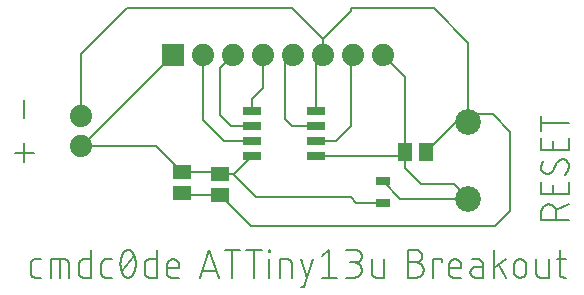
<source format=gtl>
G04 EAGLE Gerber RS-274X export*
G75*
%MOMM*%
%FSLAX34Y34*%
%LPD*%
%AMOC8*
5,1,8,0,0,1.08239X$1,22.5*%
G01*
%ADD10C,0.203200*%
%ADD11R,1.498600X1.168400*%
%ADD12R,1.168400X1.498600*%
%ADD13R,1.525000X0.650000*%
%ADD14R,1.879600X1.879600*%
%ADD15C,1.879600*%
%ADD16R,1.200000X0.800000*%
%ADD17C,2.184400*%
%ADD18C,0.152400*%


D10*
X37945Y731872D02*
X32752Y731872D01*
X32630Y731874D01*
X32507Y731880D01*
X32385Y731889D01*
X32264Y731903D01*
X32143Y731920D01*
X32022Y731941D01*
X31902Y731966D01*
X31783Y731994D01*
X31665Y732027D01*
X31548Y732063D01*
X31433Y732102D01*
X31318Y732146D01*
X31205Y732192D01*
X31094Y732243D01*
X30984Y732297D01*
X30876Y732354D01*
X30769Y732414D01*
X30665Y732478D01*
X30563Y732546D01*
X30463Y732616D01*
X30365Y732689D01*
X30269Y732766D01*
X30176Y732845D01*
X30086Y732928D01*
X29998Y733013D01*
X29913Y733101D01*
X29830Y733191D01*
X29751Y733284D01*
X29674Y733380D01*
X29601Y733478D01*
X29531Y733578D01*
X29463Y733680D01*
X29399Y733784D01*
X29339Y733891D01*
X29282Y733999D01*
X29228Y734109D01*
X29177Y734220D01*
X29131Y734333D01*
X29087Y734448D01*
X29048Y734563D01*
X29012Y734680D01*
X28979Y734798D01*
X28951Y734917D01*
X28926Y735037D01*
X28905Y735158D01*
X28888Y735279D01*
X28874Y735400D01*
X28865Y735522D01*
X28859Y735645D01*
X28857Y735767D01*
X28857Y743556D01*
X28859Y743678D01*
X28865Y743801D01*
X28874Y743923D01*
X28888Y744044D01*
X28905Y744165D01*
X28926Y744286D01*
X28951Y744406D01*
X28979Y744525D01*
X29012Y744643D01*
X29048Y744760D01*
X29087Y744875D01*
X29131Y744990D01*
X29177Y745103D01*
X29228Y745214D01*
X29282Y745324D01*
X29339Y745432D01*
X29399Y745539D01*
X29463Y745643D01*
X29531Y745745D01*
X29601Y745845D01*
X29674Y745943D01*
X29751Y746039D01*
X29830Y746132D01*
X29913Y746222D01*
X29998Y746310D01*
X30086Y746395D01*
X30176Y746478D01*
X30269Y746557D01*
X30365Y746634D01*
X30463Y746707D01*
X30563Y746777D01*
X30665Y746845D01*
X30769Y746909D01*
X30876Y746969D01*
X30984Y747026D01*
X31094Y747080D01*
X31205Y747131D01*
X31318Y747177D01*
X31433Y747221D01*
X31548Y747260D01*
X31665Y747296D01*
X31783Y747329D01*
X31902Y747357D01*
X32022Y747382D01*
X32143Y747403D01*
X32264Y747420D01*
X32385Y747434D01*
X32507Y747443D01*
X32630Y747449D01*
X32752Y747451D01*
X37945Y747451D01*
X45733Y747451D02*
X45733Y731872D01*
X45733Y747451D02*
X57417Y747451D01*
X57539Y747449D01*
X57662Y747443D01*
X57784Y747434D01*
X57905Y747420D01*
X58026Y747403D01*
X58147Y747382D01*
X58267Y747357D01*
X58386Y747329D01*
X58504Y747296D01*
X58621Y747260D01*
X58736Y747221D01*
X58851Y747177D01*
X58964Y747131D01*
X59075Y747080D01*
X59185Y747026D01*
X59293Y746969D01*
X59400Y746909D01*
X59504Y746845D01*
X59606Y746777D01*
X59706Y746707D01*
X59804Y746634D01*
X59900Y746557D01*
X59993Y746478D01*
X60083Y746395D01*
X60171Y746310D01*
X60256Y746222D01*
X60339Y746132D01*
X60418Y746039D01*
X60495Y745943D01*
X60568Y745845D01*
X60638Y745745D01*
X60706Y745643D01*
X60770Y745539D01*
X60830Y745432D01*
X60887Y745324D01*
X60941Y745214D01*
X60992Y745103D01*
X61038Y744990D01*
X61082Y744875D01*
X61121Y744760D01*
X61157Y744643D01*
X61190Y744525D01*
X61218Y744406D01*
X61243Y744286D01*
X61264Y744165D01*
X61281Y744044D01*
X61295Y743923D01*
X61304Y743801D01*
X61310Y743678D01*
X61312Y743556D01*
X61312Y731872D01*
X53522Y731872D02*
X53522Y747451D01*
X80239Y755240D02*
X80239Y731872D01*
X73748Y731872D01*
X73626Y731874D01*
X73503Y731880D01*
X73381Y731889D01*
X73260Y731903D01*
X73139Y731920D01*
X73018Y731941D01*
X72898Y731966D01*
X72779Y731994D01*
X72661Y732027D01*
X72544Y732063D01*
X72429Y732102D01*
X72314Y732146D01*
X72201Y732192D01*
X72090Y732243D01*
X71980Y732297D01*
X71872Y732354D01*
X71765Y732414D01*
X71661Y732478D01*
X71559Y732546D01*
X71459Y732616D01*
X71361Y732689D01*
X71265Y732766D01*
X71172Y732845D01*
X71082Y732928D01*
X70994Y733013D01*
X70909Y733101D01*
X70826Y733191D01*
X70747Y733284D01*
X70670Y733380D01*
X70597Y733478D01*
X70527Y733578D01*
X70459Y733680D01*
X70395Y733784D01*
X70335Y733891D01*
X70278Y733999D01*
X70224Y734109D01*
X70173Y734220D01*
X70127Y734333D01*
X70083Y734448D01*
X70044Y734563D01*
X70008Y734680D01*
X69975Y734798D01*
X69947Y734917D01*
X69922Y735037D01*
X69901Y735158D01*
X69884Y735279D01*
X69870Y735400D01*
X69861Y735522D01*
X69855Y735645D01*
X69853Y735767D01*
X69853Y743556D01*
X69855Y743678D01*
X69861Y743801D01*
X69870Y743923D01*
X69884Y744044D01*
X69901Y744165D01*
X69922Y744286D01*
X69947Y744406D01*
X69975Y744525D01*
X70008Y744643D01*
X70044Y744760D01*
X70083Y744875D01*
X70127Y744990D01*
X70173Y745103D01*
X70224Y745214D01*
X70278Y745324D01*
X70335Y745432D01*
X70395Y745539D01*
X70459Y745643D01*
X70527Y745745D01*
X70597Y745845D01*
X70670Y745943D01*
X70747Y746039D01*
X70826Y746132D01*
X70909Y746222D01*
X70994Y746310D01*
X71082Y746395D01*
X71172Y746478D01*
X71265Y746557D01*
X71361Y746634D01*
X71459Y746707D01*
X71559Y746777D01*
X71661Y746845D01*
X71765Y746909D01*
X71872Y746969D01*
X71980Y747026D01*
X72090Y747080D01*
X72201Y747131D01*
X72314Y747177D01*
X72429Y747221D01*
X72544Y747260D01*
X72661Y747296D01*
X72779Y747329D01*
X72898Y747357D01*
X73018Y747382D01*
X73139Y747403D01*
X73260Y747420D01*
X73381Y747434D01*
X73503Y747443D01*
X73626Y747449D01*
X73748Y747451D01*
X80239Y747451D01*
X92604Y731872D02*
X97797Y731872D01*
X92604Y731872D02*
X92482Y731874D01*
X92359Y731880D01*
X92237Y731889D01*
X92116Y731903D01*
X91995Y731920D01*
X91874Y731941D01*
X91754Y731966D01*
X91635Y731994D01*
X91517Y732027D01*
X91400Y732063D01*
X91285Y732102D01*
X91170Y732146D01*
X91057Y732192D01*
X90946Y732243D01*
X90836Y732297D01*
X90728Y732354D01*
X90621Y732414D01*
X90517Y732478D01*
X90415Y732546D01*
X90315Y732616D01*
X90217Y732689D01*
X90121Y732766D01*
X90028Y732845D01*
X89938Y732928D01*
X89850Y733013D01*
X89765Y733101D01*
X89682Y733191D01*
X89603Y733284D01*
X89526Y733380D01*
X89453Y733478D01*
X89383Y733578D01*
X89315Y733680D01*
X89251Y733784D01*
X89191Y733891D01*
X89134Y733999D01*
X89080Y734109D01*
X89029Y734220D01*
X88983Y734333D01*
X88939Y734448D01*
X88900Y734563D01*
X88864Y734680D01*
X88831Y734798D01*
X88803Y734917D01*
X88778Y735037D01*
X88757Y735158D01*
X88740Y735279D01*
X88726Y735400D01*
X88717Y735522D01*
X88711Y735645D01*
X88709Y735767D01*
X88709Y743556D01*
X88711Y743678D01*
X88717Y743801D01*
X88726Y743923D01*
X88740Y744044D01*
X88757Y744165D01*
X88778Y744286D01*
X88803Y744406D01*
X88831Y744525D01*
X88864Y744643D01*
X88900Y744760D01*
X88939Y744875D01*
X88983Y744990D01*
X89029Y745103D01*
X89080Y745214D01*
X89134Y745324D01*
X89191Y745432D01*
X89251Y745539D01*
X89315Y745643D01*
X89383Y745745D01*
X89453Y745845D01*
X89526Y745943D01*
X89603Y746039D01*
X89682Y746132D01*
X89765Y746222D01*
X89850Y746310D01*
X89938Y746395D01*
X90028Y746478D01*
X90121Y746557D01*
X90217Y746634D01*
X90315Y746707D01*
X90415Y746777D01*
X90517Y746845D01*
X90621Y746909D01*
X90728Y746969D01*
X90836Y747026D01*
X90946Y747080D01*
X91057Y747131D01*
X91170Y747177D01*
X91285Y747221D01*
X91400Y747260D01*
X91517Y747296D01*
X91635Y747329D01*
X91754Y747357D01*
X91874Y747382D01*
X91995Y747403D01*
X92116Y747420D01*
X92237Y747434D01*
X92359Y747443D01*
X92482Y747449D01*
X92604Y747451D01*
X97797Y747451D01*
X104796Y743556D02*
X104801Y744016D01*
X104818Y744475D01*
X104845Y744934D01*
X104884Y745392D01*
X104933Y745849D01*
X104993Y746305D01*
X105064Y746759D01*
X105146Y747212D01*
X105239Y747662D01*
X105342Y748110D01*
X105456Y748555D01*
X105581Y748998D01*
X105716Y749437D01*
X105862Y749873D01*
X106018Y750305D01*
X106184Y750734D01*
X106360Y751159D01*
X106547Y751579D01*
X106743Y751994D01*
X106744Y751995D02*
X106789Y752122D01*
X106839Y752248D01*
X106891Y752373D01*
X106948Y752496D01*
X107008Y752618D01*
X107071Y752737D01*
X107137Y752855D01*
X107207Y752971D01*
X107280Y753085D01*
X107356Y753197D01*
X107436Y753307D01*
X107518Y753414D01*
X107604Y753519D01*
X107692Y753622D01*
X107783Y753722D01*
X107877Y753820D01*
X107974Y753914D01*
X108073Y754006D01*
X108175Y754096D01*
X108279Y754182D01*
X108386Y754265D01*
X108495Y754345D01*
X108607Y754423D01*
X108720Y754496D01*
X108835Y754567D01*
X108953Y754635D01*
X109072Y754699D01*
X109193Y754760D01*
X109316Y754817D01*
X109440Y754871D01*
X109566Y754921D01*
X109693Y754968D01*
X109821Y755011D01*
X109951Y755050D01*
X110081Y755086D01*
X110213Y755118D01*
X110345Y755147D01*
X110478Y755171D01*
X110612Y755192D01*
X110747Y755209D01*
X110881Y755223D01*
X111016Y755232D01*
X111152Y755238D01*
X111287Y755240D01*
X111422Y755238D01*
X111558Y755232D01*
X111693Y755223D01*
X111828Y755209D01*
X111962Y755192D01*
X112096Y755171D01*
X112229Y755147D01*
X112361Y755118D01*
X112493Y755086D01*
X112623Y755050D01*
X112753Y755011D01*
X112881Y754968D01*
X113008Y754921D01*
X113134Y754871D01*
X113258Y754817D01*
X113381Y754760D01*
X113502Y754699D01*
X113621Y754635D01*
X113739Y754567D01*
X113854Y754496D01*
X113967Y754422D01*
X114079Y754345D01*
X114188Y754265D01*
X114295Y754182D01*
X114399Y754096D01*
X114501Y754006D01*
X114600Y753914D01*
X114697Y753820D01*
X114791Y753722D01*
X114882Y753622D01*
X114970Y753519D01*
X115056Y753414D01*
X115138Y753307D01*
X115218Y753197D01*
X115294Y753085D01*
X115367Y752971D01*
X115437Y752855D01*
X115503Y752737D01*
X115566Y752618D01*
X115626Y752496D01*
X115683Y752373D01*
X115735Y752248D01*
X115785Y752122D01*
X115830Y751995D01*
X115831Y751995D02*
X116027Y751579D01*
X116214Y751159D01*
X116390Y750734D01*
X116556Y750306D01*
X116712Y749873D01*
X116858Y749437D01*
X116993Y748998D01*
X117118Y748555D01*
X117232Y748110D01*
X117335Y747662D01*
X117428Y747212D01*
X117510Y746759D01*
X117581Y746305D01*
X117641Y745849D01*
X117690Y745392D01*
X117729Y744934D01*
X117756Y744475D01*
X117773Y744016D01*
X117778Y743556D01*
X104796Y743556D02*
X104801Y743096D01*
X104818Y742637D01*
X104845Y742178D01*
X104884Y741720D01*
X104933Y741263D01*
X104993Y740807D01*
X105064Y740353D01*
X105146Y739901D01*
X105239Y739450D01*
X105342Y739002D01*
X105456Y738557D01*
X105581Y738114D01*
X105716Y737675D01*
X105862Y737239D01*
X106018Y736807D01*
X106184Y736378D01*
X106360Y735953D01*
X106547Y735533D01*
X106743Y735118D01*
X106744Y735117D02*
X106789Y734990D01*
X106839Y734864D01*
X106891Y734739D01*
X106948Y734616D01*
X107008Y734494D01*
X107071Y734375D01*
X107137Y734257D01*
X107207Y734141D01*
X107280Y734027D01*
X107356Y733915D01*
X107436Y733805D01*
X107518Y733698D01*
X107604Y733593D01*
X107692Y733490D01*
X107783Y733390D01*
X107877Y733292D01*
X107974Y733198D01*
X108073Y733106D01*
X108175Y733016D01*
X108280Y732930D01*
X108386Y732847D01*
X108495Y732767D01*
X108607Y732689D01*
X108720Y732616D01*
X108835Y732545D01*
X108953Y732477D01*
X109072Y732413D01*
X109193Y732352D01*
X109316Y732295D01*
X109440Y732241D01*
X109566Y732191D01*
X109693Y732144D01*
X109821Y732101D01*
X109951Y732062D01*
X110081Y732026D01*
X110213Y731994D01*
X110345Y731965D01*
X110478Y731941D01*
X110612Y731920D01*
X110747Y731903D01*
X110881Y731889D01*
X111016Y731880D01*
X111152Y731874D01*
X111287Y731872D01*
X115831Y735118D02*
X116027Y735533D01*
X116214Y735953D01*
X116390Y736378D01*
X116556Y736806D01*
X116712Y737239D01*
X116858Y737675D01*
X116993Y738114D01*
X117118Y738557D01*
X117232Y739002D01*
X117335Y739450D01*
X117428Y739900D01*
X117510Y740353D01*
X117581Y740807D01*
X117641Y741263D01*
X117690Y741720D01*
X117729Y742178D01*
X117756Y742637D01*
X117773Y743096D01*
X117778Y743556D01*
X115830Y735117D02*
X115785Y734990D01*
X115735Y734864D01*
X115683Y734739D01*
X115626Y734616D01*
X115566Y734494D01*
X115503Y734375D01*
X115437Y734257D01*
X115367Y734141D01*
X115294Y734027D01*
X115218Y733915D01*
X115138Y733805D01*
X115056Y733698D01*
X114970Y733593D01*
X114882Y733490D01*
X114791Y733390D01*
X114697Y733292D01*
X114600Y733198D01*
X114501Y733106D01*
X114399Y733016D01*
X114295Y732930D01*
X114188Y732847D01*
X114079Y732767D01*
X113967Y732689D01*
X113854Y732616D01*
X113739Y732545D01*
X113621Y732477D01*
X113502Y732413D01*
X113381Y732352D01*
X113258Y732295D01*
X113134Y732241D01*
X113008Y732191D01*
X112881Y732144D01*
X112753Y732101D01*
X112623Y732062D01*
X112493Y732026D01*
X112361Y731994D01*
X112229Y731965D01*
X112096Y731941D01*
X111962Y731920D01*
X111827Y731903D01*
X111693Y731889D01*
X111558Y731880D01*
X111422Y731874D01*
X111287Y731872D01*
X106094Y737065D02*
X116480Y750047D01*
X135916Y755240D02*
X135916Y731872D01*
X129424Y731872D01*
X129302Y731874D01*
X129179Y731880D01*
X129057Y731889D01*
X128936Y731903D01*
X128815Y731920D01*
X128694Y731941D01*
X128574Y731966D01*
X128455Y731994D01*
X128337Y732027D01*
X128220Y732063D01*
X128105Y732102D01*
X127990Y732146D01*
X127877Y732192D01*
X127766Y732243D01*
X127656Y732297D01*
X127548Y732354D01*
X127441Y732414D01*
X127337Y732478D01*
X127235Y732546D01*
X127135Y732616D01*
X127037Y732689D01*
X126941Y732766D01*
X126848Y732845D01*
X126758Y732928D01*
X126670Y733013D01*
X126585Y733101D01*
X126502Y733191D01*
X126423Y733284D01*
X126346Y733380D01*
X126273Y733478D01*
X126203Y733578D01*
X126135Y733680D01*
X126071Y733784D01*
X126011Y733891D01*
X125954Y733999D01*
X125900Y734109D01*
X125849Y734220D01*
X125803Y734333D01*
X125759Y734448D01*
X125720Y734563D01*
X125684Y734680D01*
X125651Y734798D01*
X125623Y734917D01*
X125598Y735037D01*
X125577Y735158D01*
X125560Y735279D01*
X125546Y735400D01*
X125537Y735522D01*
X125531Y735645D01*
X125529Y735767D01*
X125530Y735767D02*
X125530Y743556D01*
X125529Y743556D02*
X125531Y743678D01*
X125537Y743801D01*
X125546Y743923D01*
X125560Y744044D01*
X125577Y744165D01*
X125598Y744286D01*
X125623Y744406D01*
X125651Y744525D01*
X125684Y744643D01*
X125720Y744760D01*
X125759Y744875D01*
X125803Y744990D01*
X125849Y745103D01*
X125900Y745214D01*
X125954Y745324D01*
X126011Y745432D01*
X126071Y745539D01*
X126135Y745643D01*
X126203Y745745D01*
X126273Y745845D01*
X126346Y745943D01*
X126423Y746039D01*
X126502Y746132D01*
X126585Y746222D01*
X126670Y746310D01*
X126758Y746395D01*
X126848Y746478D01*
X126941Y746557D01*
X127037Y746634D01*
X127135Y746707D01*
X127235Y746777D01*
X127337Y746845D01*
X127441Y746909D01*
X127548Y746969D01*
X127656Y747026D01*
X127766Y747080D01*
X127877Y747131D01*
X127990Y747177D01*
X128105Y747221D01*
X128220Y747260D01*
X128337Y747296D01*
X128455Y747329D01*
X128574Y747357D01*
X128694Y747382D01*
X128815Y747403D01*
X128936Y747420D01*
X129057Y747434D01*
X129179Y747443D01*
X129302Y747449D01*
X129424Y747451D01*
X135916Y747451D01*
X148266Y731872D02*
X154757Y731872D01*
X148266Y731872D02*
X148144Y731874D01*
X148021Y731880D01*
X147899Y731889D01*
X147778Y731903D01*
X147657Y731920D01*
X147536Y731941D01*
X147416Y731966D01*
X147297Y731994D01*
X147179Y732027D01*
X147062Y732063D01*
X146947Y732102D01*
X146832Y732146D01*
X146719Y732192D01*
X146608Y732243D01*
X146498Y732297D01*
X146390Y732354D01*
X146283Y732414D01*
X146179Y732478D01*
X146077Y732546D01*
X145977Y732616D01*
X145879Y732689D01*
X145783Y732766D01*
X145690Y732845D01*
X145600Y732928D01*
X145512Y733013D01*
X145427Y733101D01*
X145344Y733191D01*
X145265Y733284D01*
X145188Y733380D01*
X145115Y733478D01*
X145045Y733578D01*
X144977Y733680D01*
X144913Y733784D01*
X144853Y733891D01*
X144796Y733999D01*
X144742Y734109D01*
X144691Y734220D01*
X144645Y734333D01*
X144601Y734448D01*
X144562Y734563D01*
X144526Y734680D01*
X144493Y734798D01*
X144465Y734917D01*
X144440Y735037D01*
X144419Y735158D01*
X144402Y735279D01*
X144388Y735400D01*
X144379Y735522D01*
X144373Y735645D01*
X144371Y735767D01*
X144372Y735767D02*
X144372Y742258D01*
X144374Y742401D01*
X144380Y742544D01*
X144390Y742687D01*
X144404Y742829D01*
X144421Y742971D01*
X144443Y743113D01*
X144468Y743254D01*
X144498Y743394D01*
X144531Y743533D01*
X144568Y743671D01*
X144609Y743808D01*
X144653Y743944D01*
X144702Y744079D01*
X144754Y744212D01*
X144809Y744344D01*
X144869Y744474D01*
X144932Y744603D01*
X144998Y744730D01*
X145068Y744855D01*
X145141Y744977D01*
X145218Y745098D01*
X145298Y745217D01*
X145381Y745333D01*
X145467Y745448D01*
X145556Y745559D01*
X145649Y745669D01*
X145744Y745775D01*
X145843Y745879D01*
X145944Y745980D01*
X146048Y746079D01*
X146154Y746174D01*
X146264Y746267D01*
X146375Y746356D01*
X146490Y746442D01*
X146606Y746525D01*
X146725Y746605D01*
X146846Y746682D01*
X146969Y746755D01*
X147093Y746825D01*
X147220Y746891D01*
X147349Y746954D01*
X147479Y747014D01*
X147611Y747069D01*
X147744Y747121D01*
X147879Y747170D01*
X148015Y747214D01*
X148152Y747255D01*
X148290Y747292D01*
X148429Y747325D01*
X148569Y747355D01*
X148710Y747380D01*
X148852Y747402D01*
X148994Y747419D01*
X149136Y747433D01*
X149279Y747443D01*
X149422Y747449D01*
X149565Y747451D01*
X149708Y747449D01*
X149851Y747443D01*
X149994Y747433D01*
X150136Y747419D01*
X150278Y747402D01*
X150420Y747380D01*
X150561Y747355D01*
X150701Y747325D01*
X150840Y747292D01*
X150978Y747255D01*
X151115Y747214D01*
X151251Y747170D01*
X151386Y747121D01*
X151519Y747069D01*
X151651Y747014D01*
X151781Y746954D01*
X151910Y746891D01*
X152037Y746825D01*
X152162Y746755D01*
X152284Y746682D01*
X152405Y746605D01*
X152524Y746525D01*
X152640Y746442D01*
X152755Y746356D01*
X152866Y746267D01*
X152976Y746174D01*
X153082Y746079D01*
X153186Y745980D01*
X153287Y745879D01*
X153386Y745775D01*
X153481Y745669D01*
X153574Y745559D01*
X153663Y745448D01*
X153749Y745333D01*
X153832Y745217D01*
X153912Y745098D01*
X153989Y744977D01*
X154062Y744855D01*
X154132Y744730D01*
X154198Y744603D01*
X154261Y744474D01*
X154321Y744344D01*
X154376Y744212D01*
X154428Y744079D01*
X154477Y743944D01*
X154521Y743808D01*
X154562Y743671D01*
X154599Y743533D01*
X154632Y743394D01*
X154662Y743254D01*
X154687Y743113D01*
X154709Y742971D01*
X154726Y742829D01*
X154740Y742687D01*
X154750Y742544D01*
X154756Y742401D01*
X154758Y742258D01*
X154757Y742258D02*
X154757Y739661D01*
X144372Y739661D01*
X172397Y731872D02*
X180187Y755240D01*
X187976Y731872D01*
X186029Y737714D02*
X174345Y737714D01*
X199674Y731872D02*
X199674Y755240D01*
X206165Y755240D02*
X193182Y755240D01*
X217768Y755240D02*
X217768Y731872D01*
X211277Y755240D02*
X224260Y755240D01*
X230992Y747451D02*
X230992Y731872D01*
X230343Y753942D02*
X230343Y755240D01*
X231641Y755240D01*
X231641Y753942D01*
X230343Y753942D01*
X239718Y747451D02*
X239718Y731872D01*
X239718Y747451D02*
X246209Y747451D01*
X246331Y747449D01*
X246454Y747443D01*
X246576Y747434D01*
X246697Y747420D01*
X246818Y747403D01*
X246939Y747382D01*
X247059Y747357D01*
X247178Y747329D01*
X247296Y747296D01*
X247413Y747260D01*
X247528Y747221D01*
X247643Y747177D01*
X247756Y747131D01*
X247867Y747080D01*
X247977Y747026D01*
X248085Y746969D01*
X248192Y746909D01*
X248296Y746845D01*
X248398Y746777D01*
X248498Y746707D01*
X248596Y746634D01*
X248692Y746557D01*
X248785Y746478D01*
X248875Y746395D01*
X248963Y746310D01*
X249048Y746222D01*
X249131Y746132D01*
X249210Y746039D01*
X249287Y745943D01*
X249360Y745845D01*
X249430Y745745D01*
X249498Y745643D01*
X249562Y745539D01*
X249622Y745432D01*
X249679Y745324D01*
X249733Y745214D01*
X249784Y745103D01*
X249830Y744990D01*
X249874Y744875D01*
X249913Y744760D01*
X249949Y744643D01*
X249982Y744525D01*
X250010Y744406D01*
X250035Y744286D01*
X250056Y744165D01*
X250073Y744044D01*
X250087Y743923D01*
X250096Y743801D01*
X250102Y743678D01*
X250104Y743556D01*
X250104Y731872D01*
X257813Y724083D02*
X260409Y724083D01*
X268199Y747451D01*
X257813Y747451D02*
X263006Y731872D01*
X275306Y750047D02*
X281797Y755240D01*
X281797Y731872D01*
X275306Y731872D02*
X288288Y731872D01*
X296184Y731872D02*
X302675Y731872D01*
X302834Y731874D01*
X302993Y731880D01*
X303153Y731890D01*
X303311Y731903D01*
X303470Y731921D01*
X303627Y731942D01*
X303785Y731968D01*
X303941Y731997D01*
X304097Y732030D01*
X304252Y732067D01*
X304406Y732107D01*
X304559Y732152D01*
X304711Y732200D01*
X304862Y732251D01*
X305011Y732307D01*
X305159Y732366D01*
X305305Y732429D01*
X305450Y732495D01*
X305593Y732565D01*
X305735Y732638D01*
X305874Y732715D01*
X306012Y732795D01*
X306148Y732879D01*
X306281Y732966D01*
X306413Y733056D01*
X306542Y733149D01*
X306668Y733246D01*
X306793Y733345D01*
X306915Y733448D01*
X307034Y733553D01*
X307151Y733662D01*
X307265Y733773D01*
X307376Y733887D01*
X307485Y734004D01*
X307590Y734123D01*
X307693Y734245D01*
X307792Y734370D01*
X307889Y734496D01*
X307982Y734625D01*
X308072Y734757D01*
X308159Y734890D01*
X308243Y735026D01*
X308323Y735164D01*
X308400Y735303D01*
X308473Y735445D01*
X308543Y735588D01*
X308609Y735733D01*
X308672Y735879D01*
X308731Y736027D01*
X308787Y736176D01*
X308838Y736327D01*
X308886Y736479D01*
X308931Y736632D01*
X308971Y736786D01*
X309008Y736941D01*
X309041Y737097D01*
X309070Y737253D01*
X309096Y737411D01*
X309117Y737568D01*
X309135Y737727D01*
X309148Y737885D01*
X309158Y738045D01*
X309164Y738204D01*
X309166Y738363D01*
X309164Y738522D01*
X309158Y738681D01*
X309148Y738841D01*
X309135Y738999D01*
X309117Y739158D01*
X309096Y739315D01*
X309070Y739473D01*
X309041Y739629D01*
X309008Y739785D01*
X308971Y739940D01*
X308931Y740094D01*
X308886Y740247D01*
X308838Y740399D01*
X308787Y740550D01*
X308731Y740699D01*
X308672Y740847D01*
X308609Y740993D01*
X308543Y741138D01*
X308473Y741281D01*
X308400Y741423D01*
X308323Y741562D01*
X308243Y741700D01*
X308159Y741836D01*
X308072Y741969D01*
X307982Y742101D01*
X307889Y742230D01*
X307792Y742356D01*
X307693Y742481D01*
X307590Y742603D01*
X307485Y742722D01*
X307376Y742839D01*
X307265Y742953D01*
X307151Y743064D01*
X307034Y743173D01*
X306915Y743278D01*
X306793Y743381D01*
X306668Y743480D01*
X306542Y743577D01*
X306413Y743670D01*
X306281Y743760D01*
X306148Y743847D01*
X306012Y743931D01*
X305874Y744011D01*
X305735Y744088D01*
X305593Y744161D01*
X305450Y744231D01*
X305305Y744297D01*
X305159Y744360D01*
X305011Y744419D01*
X304862Y744475D01*
X304711Y744526D01*
X304559Y744574D01*
X304406Y744619D01*
X304252Y744659D01*
X304097Y744696D01*
X303941Y744729D01*
X303785Y744758D01*
X303627Y744784D01*
X303470Y744805D01*
X303311Y744823D01*
X303153Y744836D01*
X302993Y744846D01*
X302834Y744852D01*
X302675Y744854D01*
X303974Y755240D02*
X296184Y755240D01*
X303974Y755240D02*
X304117Y755238D01*
X304260Y755232D01*
X304403Y755222D01*
X304545Y755208D01*
X304687Y755191D01*
X304829Y755169D01*
X304970Y755144D01*
X305110Y755114D01*
X305249Y755081D01*
X305387Y755044D01*
X305524Y755003D01*
X305660Y754959D01*
X305795Y754910D01*
X305928Y754858D01*
X306060Y754803D01*
X306190Y754743D01*
X306319Y754680D01*
X306446Y754614D01*
X306571Y754544D01*
X306693Y754471D01*
X306814Y754394D01*
X306933Y754314D01*
X307049Y754231D01*
X307164Y754145D01*
X307275Y754056D01*
X307385Y753963D01*
X307491Y753868D01*
X307595Y753769D01*
X307696Y753668D01*
X307795Y753564D01*
X307890Y753458D01*
X307983Y753348D01*
X308072Y753237D01*
X308158Y753122D01*
X308241Y753006D01*
X308321Y752887D01*
X308398Y752766D01*
X308471Y752643D01*
X308541Y752519D01*
X308607Y752392D01*
X308670Y752263D01*
X308730Y752133D01*
X308785Y752001D01*
X308837Y751868D01*
X308886Y751733D01*
X308930Y751597D01*
X308971Y751460D01*
X309008Y751322D01*
X309041Y751183D01*
X309071Y751043D01*
X309096Y750902D01*
X309118Y750760D01*
X309135Y750618D01*
X309149Y750476D01*
X309159Y750333D01*
X309165Y750190D01*
X309167Y750047D01*
X309165Y749904D01*
X309159Y749761D01*
X309149Y749618D01*
X309135Y749476D01*
X309118Y749334D01*
X309096Y749192D01*
X309071Y749051D01*
X309041Y748911D01*
X309008Y748772D01*
X308971Y748634D01*
X308930Y748497D01*
X308886Y748361D01*
X308837Y748226D01*
X308785Y748093D01*
X308730Y747961D01*
X308670Y747831D01*
X308607Y747702D01*
X308541Y747575D01*
X308471Y747451D01*
X308398Y747328D01*
X308321Y747207D01*
X308241Y747088D01*
X308158Y746972D01*
X308072Y746857D01*
X307983Y746746D01*
X307890Y746636D01*
X307795Y746530D01*
X307696Y746426D01*
X307595Y746325D01*
X307491Y746226D01*
X307385Y746131D01*
X307275Y746038D01*
X307164Y745949D01*
X307049Y745863D01*
X306933Y745780D01*
X306814Y745700D01*
X306693Y745623D01*
X306571Y745550D01*
X306446Y745480D01*
X306319Y745414D01*
X306190Y745351D01*
X306060Y745291D01*
X305928Y745236D01*
X305795Y745184D01*
X305660Y745135D01*
X305524Y745091D01*
X305387Y745050D01*
X305249Y745013D01*
X305110Y744980D01*
X304970Y744950D01*
X304829Y744925D01*
X304687Y744903D01*
X304545Y744886D01*
X304403Y744872D01*
X304260Y744862D01*
X304117Y744856D01*
X303974Y744854D01*
X298781Y744854D01*
X317665Y747451D02*
X317665Y735767D01*
X317667Y735645D01*
X317673Y735522D01*
X317682Y735400D01*
X317696Y735279D01*
X317713Y735158D01*
X317734Y735037D01*
X317759Y734917D01*
X317787Y734798D01*
X317820Y734680D01*
X317856Y734563D01*
X317895Y734448D01*
X317939Y734333D01*
X317985Y734220D01*
X318036Y734109D01*
X318090Y733999D01*
X318147Y733891D01*
X318207Y733784D01*
X318271Y733680D01*
X318339Y733578D01*
X318409Y733478D01*
X318482Y733380D01*
X318559Y733284D01*
X318638Y733191D01*
X318721Y733101D01*
X318806Y733013D01*
X318894Y732928D01*
X318984Y732845D01*
X319077Y732766D01*
X319173Y732689D01*
X319271Y732616D01*
X319371Y732546D01*
X319473Y732478D01*
X319577Y732414D01*
X319684Y732354D01*
X319792Y732297D01*
X319902Y732243D01*
X320013Y732192D01*
X320126Y732146D01*
X320241Y732102D01*
X320356Y732063D01*
X320473Y732027D01*
X320591Y731994D01*
X320710Y731966D01*
X320830Y731941D01*
X320951Y731920D01*
X321072Y731903D01*
X321193Y731889D01*
X321315Y731880D01*
X321438Y731874D01*
X321560Y731872D01*
X328051Y731872D01*
X328051Y747451D01*
X348529Y744854D02*
X355020Y744854D01*
X355179Y744852D01*
X355338Y744846D01*
X355498Y744836D01*
X355656Y744823D01*
X355815Y744805D01*
X355972Y744784D01*
X356130Y744758D01*
X356286Y744729D01*
X356442Y744696D01*
X356597Y744659D01*
X356751Y744619D01*
X356904Y744574D01*
X357056Y744526D01*
X357207Y744475D01*
X357356Y744419D01*
X357504Y744360D01*
X357650Y744297D01*
X357795Y744231D01*
X357938Y744161D01*
X358080Y744088D01*
X358219Y744011D01*
X358357Y743931D01*
X358493Y743847D01*
X358626Y743760D01*
X358758Y743670D01*
X358887Y743577D01*
X359013Y743480D01*
X359138Y743381D01*
X359260Y743278D01*
X359379Y743173D01*
X359496Y743064D01*
X359610Y742953D01*
X359721Y742839D01*
X359830Y742722D01*
X359935Y742603D01*
X360038Y742481D01*
X360137Y742356D01*
X360234Y742230D01*
X360327Y742101D01*
X360417Y741969D01*
X360504Y741836D01*
X360588Y741700D01*
X360668Y741562D01*
X360745Y741423D01*
X360818Y741281D01*
X360888Y741138D01*
X360954Y740993D01*
X361017Y740847D01*
X361076Y740699D01*
X361132Y740550D01*
X361183Y740399D01*
X361231Y740247D01*
X361276Y740094D01*
X361316Y739940D01*
X361353Y739785D01*
X361386Y739629D01*
X361415Y739473D01*
X361441Y739315D01*
X361462Y739158D01*
X361480Y738999D01*
X361493Y738841D01*
X361503Y738681D01*
X361509Y738522D01*
X361511Y738363D01*
X361509Y738204D01*
X361503Y738045D01*
X361493Y737885D01*
X361480Y737727D01*
X361462Y737568D01*
X361441Y737411D01*
X361415Y737253D01*
X361386Y737097D01*
X361353Y736941D01*
X361316Y736786D01*
X361276Y736632D01*
X361231Y736479D01*
X361183Y736327D01*
X361132Y736176D01*
X361076Y736027D01*
X361017Y735879D01*
X360954Y735733D01*
X360888Y735588D01*
X360818Y735445D01*
X360745Y735303D01*
X360668Y735164D01*
X360588Y735026D01*
X360504Y734890D01*
X360417Y734757D01*
X360327Y734625D01*
X360234Y734496D01*
X360137Y734370D01*
X360038Y734245D01*
X359935Y734123D01*
X359830Y734004D01*
X359721Y733887D01*
X359610Y733773D01*
X359496Y733662D01*
X359379Y733553D01*
X359260Y733448D01*
X359138Y733345D01*
X359013Y733246D01*
X358887Y733149D01*
X358758Y733056D01*
X358626Y732966D01*
X358493Y732879D01*
X358357Y732795D01*
X358219Y732715D01*
X358080Y732638D01*
X357938Y732565D01*
X357795Y732495D01*
X357650Y732429D01*
X357504Y732366D01*
X357356Y732307D01*
X357207Y732251D01*
X357056Y732200D01*
X356904Y732152D01*
X356751Y732107D01*
X356597Y732067D01*
X356442Y732030D01*
X356286Y731997D01*
X356130Y731968D01*
X355972Y731942D01*
X355815Y731921D01*
X355656Y731903D01*
X355498Y731890D01*
X355338Y731880D01*
X355179Y731874D01*
X355020Y731872D01*
X348529Y731872D01*
X348529Y755240D01*
X355020Y755240D01*
X355163Y755238D01*
X355306Y755232D01*
X355449Y755222D01*
X355591Y755208D01*
X355733Y755191D01*
X355875Y755169D01*
X356016Y755144D01*
X356156Y755114D01*
X356295Y755081D01*
X356433Y755044D01*
X356570Y755003D01*
X356706Y754959D01*
X356841Y754910D01*
X356974Y754858D01*
X357106Y754803D01*
X357236Y754743D01*
X357365Y754680D01*
X357492Y754614D01*
X357617Y754544D01*
X357739Y754471D01*
X357860Y754394D01*
X357979Y754314D01*
X358095Y754231D01*
X358210Y754145D01*
X358321Y754056D01*
X358431Y753963D01*
X358537Y753868D01*
X358641Y753769D01*
X358742Y753668D01*
X358841Y753564D01*
X358936Y753458D01*
X359029Y753348D01*
X359118Y753237D01*
X359204Y753122D01*
X359287Y753006D01*
X359367Y752887D01*
X359444Y752766D01*
X359517Y752643D01*
X359587Y752519D01*
X359653Y752392D01*
X359716Y752263D01*
X359776Y752133D01*
X359831Y752001D01*
X359883Y751868D01*
X359932Y751733D01*
X359976Y751597D01*
X360017Y751460D01*
X360054Y751322D01*
X360087Y751183D01*
X360117Y751043D01*
X360142Y750902D01*
X360164Y750760D01*
X360181Y750618D01*
X360195Y750476D01*
X360205Y750333D01*
X360211Y750190D01*
X360213Y750047D01*
X360211Y749904D01*
X360205Y749761D01*
X360195Y749618D01*
X360181Y749476D01*
X360164Y749334D01*
X360142Y749192D01*
X360117Y749051D01*
X360087Y748911D01*
X360054Y748772D01*
X360017Y748634D01*
X359976Y748497D01*
X359932Y748361D01*
X359883Y748226D01*
X359831Y748093D01*
X359776Y747961D01*
X359716Y747831D01*
X359653Y747702D01*
X359587Y747575D01*
X359517Y747451D01*
X359444Y747328D01*
X359367Y747207D01*
X359287Y747088D01*
X359204Y746972D01*
X359118Y746857D01*
X359029Y746746D01*
X358936Y746636D01*
X358841Y746530D01*
X358742Y746426D01*
X358641Y746325D01*
X358537Y746226D01*
X358431Y746131D01*
X358321Y746038D01*
X358210Y745949D01*
X358095Y745863D01*
X357979Y745780D01*
X357860Y745700D01*
X357739Y745623D01*
X357617Y745550D01*
X357492Y745480D01*
X357365Y745414D01*
X357236Y745351D01*
X357106Y745291D01*
X356974Y745236D01*
X356841Y745184D01*
X356706Y745135D01*
X356570Y745091D01*
X356433Y745050D01*
X356295Y745013D01*
X356156Y744980D01*
X356016Y744950D01*
X355875Y744925D01*
X355733Y744903D01*
X355591Y744886D01*
X355449Y744872D01*
X355306Y744862D01*
X355163Y744856D01*
X355020Y744854D01*
X369230Y747451D02*
X369230Y731872D01*
X369230Y747451D02*
X377019Y747451D01*
X377019Y744854D01*
X386980Y731872D02*
X393471Y731872D01*
X386980Y731872D02*
X386858Y731874D01*
X386735Y731880D01*
X386613Y731889D01*
X386492Y731903D01*
X386371Y731920D01*
X386250Y731941D01*
X386130Y731966D01*
X386011Y731994D01*
X385893Y732027D01*
X385776Y732063D01*
X385661Y732102D01*
X385546Y732146D01*
X385433Y732192D01*
X385322Y732243D01*
X385212Y732297D01*
X385104Y732354D01*
X384997Y732414D01*
X384893Y732478D01*
X384791Y732546D01*
X384691Y732616D01*
X384593Y732689D01*
X384497Y732766D01*
X384404Y732845D01*
X384314Y732928D01*
X384226Y733013D01*
X384141Y733101D01*
X384058Y733191D01*
X383979Y733284D01*
X383902Y733380D01*
X383829Y733478D01*
X383759Y733578D01*
X383691Y733680D01*
X383627Y733784D01*
X383567Y733891D01*
X383510Y733999D01*
X383456Y734109D01*
X383405Y734220D01*
X383359Y734333D01*
X383315Y734448D01*
X383276Y734563D01*
X383240Y734680D01*
X383207Y734798D01*
X383179Y734917D01*
X383154Y735037D01*
X383133Y735158D01*
X383116Y735279D01*
X383102Y735400D01*
X383093Y735522D01*
X383087Y735645D01*
X383085Y735767D01*
X383085Y742258D01*
X383087Y742401D01*
X383093Y742544D01*
X383103Y742687D01*
X383117Y742829D01*
X383134Y742971D01*
X383156Y743113D01*
X383181Y743254D01*
X383211Y743394D01*
X383244Y743533D01*
X383281Y743671D01*
X383322Y743808D01*
X383366Y743944D01*
X383415Y744079D01*
X383467Y744212D01*
X383522Y744344D01*
X383582Y744474D01*
X383645Y744603D01*
X383711Y744730D01*
X383781Y744855D01*
X383854Y744977D01*
X383931Y745098D01*
X384011Y745217D01*
X384094Y745333D01*
X384180Y745448D01*
X384269Y745559D01*
X384362Y745669D01*
X384457Y745775D01*
X384556Y745879D01*
X384657Y745980D01*
X384761Y746079D01*
X384867Y746174D01*
X384977Y746267D01*
X385088Y746356D01*
X385203Y746442D01*
X385319Y746525D01*
X385438Y746605D01*
X385559Y746682D01*
X385682Y746755D01*
X385806Y746825D01*
X385933Y746891D01*
X386062Y746954D01*
X386192Y747014D01*
X386324Y747069D01*
X386457Y747121D01*
X386592Y747170D01*
X386728Y747214D01*
X386865Y747255D01*
X387003Y747292D01*
X387142Y747325D01*
X387282Y747355D01*
X387423Y747380D01*
X387565Y747402D01*
X387707Y747419D01*
X387849Y747433D01*
X387992Y747443D01*
X388135Y747449D01*
X388278Y747451D01*
X388421Y747449D01*
X388564Y747443D01*
X388707Y747433D01*
X388849Y747419D01*
X388991Y747402D01*
X389133Y747380D01*
X389274Y747355D01*
X389414Y747325D01*
X389553Y747292D01*
X389691Y747255D01*
X389828Y747214D01*
X389964Y747170D01*
X390099Y747121D01*
X390232Y747069D01*
X390364Y747014D01*
X390494Y746954D01*
X390623Y746891D01*
X390750Y746825D01*
X390875Y746755D01*
X390997Y746682D01*
X391118Y746605D01*
X391237Y746525D01*
X391353Y746442D01*
X391468Y746356D01*
X391579Y746267D01*
X391689Y746174D01*
X391795Y746079D01*
X391899Y745980D01*
X392000Y745879D01*
X392099Y745775D01*
X392194Y745669D01*
X392287Y745559D01*
X392376Y745448D01*
X392462Y745333D01*
X392545Y745217D01*
X392625Y745098D01*
X392702Y744977D01*
X392775Y744855D01*
X392845Y744730D01*
X392911Y744603D01*
X392974Y744474D01*
X393034Y744344D01*
X393089Y744212D01*
X393141Y744079D01*
X393190Y743944D01*
X393234Y743808D01*
X393275Y743671D01*
X393312Y743533D01*
X393345Y743394D01*
X393375Y743254D01*
X393400Y743113D01*
X393422Y742971D01*
X393439Y742829D01*
X393453Y742687D01*
X393463Y742544D01*
X393469Y742401D01*
X393471Y742258D01*
X393471Y739661D01*
X383085Y739661D01*
X405673Y740960D02*
X411515Y740960D01*
X405673Y740960D02*
X405540Y740958D01*
X405406Y740952D01*
X405273Y740942D01*
X405141Y740929D01*
X405008Y740911D01*
X404877Y740890D01*
X404746Y740864D01*
X404615Y740835D01*
X404486Y740802D01*
X404358Y740766D01*
X404231Y740725D01*
X404105Y740681D01*
X403980Y740633D01*
X403857Y740581D01*
X403736Y740526D01*
X403616Y740468D01*
X403498Y740406D01*
X403382Y740340D01*
X403268Y740271D01*
X403155Y740199D01*
X403045Y740123D01*
X402938Y740045D01*
X402832Y739963D01*
X402730Y739878D01*
X402629Y739790D01*
X402531Y739699D01*
X402436Y739605D01*
X402344Y739509D01*
X402255Y739410D01*
X402168Y739308D01*
X402085Y739204D01*
X402005Y739098D01*
X401928Y738989D01*
X401854Y738878D01*
X401783Y738765D01*
X401716Y738649D01*
X401652Y738532D01*
X401591Y738413D01*
X401535Y738293D01*
X401481Y738170D01*
X401432Y738046D01*
X401386Y737921D01*
X401343Y737795D01*
X401305Y737667D01*
X401270Y737538D01*
X401239Y737409D01*
X401211Y737278D01*
X401188Y737147D01*
X401169Y737015D01*
X401153Y736882D01*
X401141Y736749D01*
X401133Y736616D01*
X401129Y736483D01*
X401129Y736349D01*
X401133Y736216D01*
X401141Y736083D01*
X401153Y735950D01*
X401169Y735817D01*
X401188Y735685D01*
X401211Y735554D01*
X401239Y735423D01*
X401270Y735294D01*
X401305Y735165D01*
X401343Y735037D01*
X401386Y734911D01*
X401432Y734786D01*
X401481Y734662D01*
X401535Y734539D01*
X401591Y734419D01*
X401652Y734300D01*
X401716Y734183D01*
X401783Y734067D01*
X401854Y733954D01*
X401928Y733843D01*
X402005Y733734D01*
X402085Y733628D01*
X402168Y733524D01*
X402255Y733422D01*
X402344Y733323D01*
X402436Y733227D01*
X402531Y733133D01*
X402629Y733042D01*
X402730Y732954D01*
X402832Y732869D01*
X402938Y732787D01*
X403045Y732709D01*
X403155Y732633D01*
X403268Y732561D01*
X403382Y732492D01*
X403498Y732426D01*
X403616Y732364D01*
X403736Y732306D01*
X403857Y732251D01*
X403980Y732199D01*
X404105Y732151D01*
X404231Y732107D01*
X404358Y732066D01*
X404486Y732030D01*
X404615Y731997D01*
X404746Y731968D01*
X404877Y731942D01*
X405008Y731921D01*
X405141Y731903D01*
X405273Y731890D01*
X405406Y731880D01*
X405540Y731874D01*
X405673Y731872D01*
X411515Y731872D01*
X411515Y743556D01*
X411513Y743678D01*
X411507Y743801D01*
X411498Y743923D01*
X411484Y744044D01*
X411467Y744165D01*
X411446Y744286D01*
X411421Y744406D01*
X411393Y744525D01*
X411360Y744643D01*
X411324Y744760D01*
X411285Y744875D01*
X411241Y744990D01*
X411195Y745103D01*
X411144Y745214D01*
X411090Y745324D01*
X411033Y745432D01*
X410973Y745539D01*
X410909Y745643D01*
X410841Y745745D01*
X410771Y745845D01*
X410698Y745943D01*
X410621Y746039D01*
X410542Y746132D01*
X410459Y746222D01*
X410374Y746310D01*
X410286Y746395D01*
X410196Y746478D01*
X410103Y746557D01*
X410007Y746634D01*
X409909Y746707D01*
X409809Y746777D01*
X409707Y746845D01*
X409603Y746909D01*
X409496Y746969D01*
X409388Y747026D01*
X409278Y747080D01*
X409167Y747131D01*
X409054Y747177D01*
X408939Y747221D01*
X408824Y747260D01*
X408707Y747296D01*
X408589Y747329D01*
X408470Y747357D01*
X408350Y747382D01*
X408229Y747403D01*
X408108Y747420D01*
X407987Y747434D01*
X407865Y747443D01*
X407742Y747449D01*
X407620Y747451D01*
X402428Y747451D01*
X420785Y755240D02*
X420785Y731872D01*
X420785Y739661D02*
X431171Y747451D01*
X425329Y742907D02*
X431171Y731872D01*
X438066Y737065D02*
X438066Y742258D01*
X438068Y742401D01*
X438074Y742544D01*
X438084Y742687D01*
X438098Y742829D01*
X438115Y742971D01*
X438137Y743113D01*
X438162Y743254D01*
X438192Y743394D01*
X438225Y743533D01*
X438262Y743671D01*
X438303Y743808D01*
X438347Y743944D01*
X438396Y744079D01*
X438448Y744212D01*
X438503Y744344D01*
X438563Y744474D01*
X438626Y744603D01*
X438692Y744730D01*
X438762Y744855D01*
X438835Y744977D01*
X438912Y745098D01*
X438992Y745217D01*
X439075Y745333D01*
X439161Y745448D01*
X439250Y745559D01*
X439343Y745669D01*
X439438Y745775D01*
X439537Y745879D01*
X439638Y745980D01*
X439742Y746079D01*
X439848Y746174D01*
X439958Y746267D01*
X440069Y746356D01*
X440184Y746442D01*
X440300Y746525D01*
X440419Y746605D01*
X440540Y746682D01*
X440663Y746755D01*
X440787Y746825D01*
X440914Y746891D01*
X441043Y746954D01*
X441173Y747014D01*
X441305Y747069D01*
X441438Y747121D01*
X441573Y747170D01*
X441709Y747214D01*
X441846Y747255D01*
X441984Y747292D01*
X442123Y747325D01*
X442263Y747355D01*
X442404Y747380D01*
X442546Y747402D01*
X442688Y747419D01*
X442830Y747433D01*
X442973Y747443D01*
X443116Y747449D01*
X443259Y747451D01*
X443402Y747449D01*
X443545Y747443D01*
X443688Y747433D01*
X443830Y747419D01*
X443972Y747402D01*
X444114Y747380D01*
X444255Y747355D01*
X444395Y747325D01*
X444534Y747292D01*
X444672Y747255D01*
X444809Y747214D01*
X444945Y747170D01*
X445080Y747121D01*
X445213Y747069D01*
X445345Y747014D01*
X445475Y746954D01*
X445604Y746891D01*
X445731Y746825D01*
X445856Y746755D01*
X445978Y746682D01*
X446099Y746605D01*
X446218Y746525D01*
X446334Y746442D01*
X446449Y746356D01*
X446560Y746267D01*
X446670Y746174D01*
X446776Y746079D01*
X446880Y745980D01*
X446981Y745879D01*
X447080Y745775D01*
X447175Y745669D01*
X447268Y745559D01*
X447357Y745448D01*
X447443Y745333D01*
X447526Y745217D01*
X447606Y745098D01*
X447683Y744977D01*
X447756Y744855D01*
X447826Y744730D01*
X447892Y744603D01*
X447955Y744474D01*
X448015Y744344D01*
X448070Y744212D01*
X448122Y744079D01*
X448171Y743944D01*
X448215Y743808D01*
X448256Y743671D01*
X448293Y743533D01*
X448326Y743394D01*
X448356Y743254D01*
X448381Y743113D01*
X448403Y742971D01*
X448420Y742829D01*
X448434Y742687D01*
X448444Y742544D01*
X448450Y742401D01*
X448452Y742258D01*
X448452Y737065D01*
X448450Y736922D01*
X448444Y736779D01*
X448434Y736636D01*
X448420Y736494D01*
X448403Y736352D01*
X448381Y736210D01*
X448356Y736069D01*
X448326Y735929D01*
X448293Y735790D01*
X448256Y735652D01*
X448215Y735515D01*
X448171Y735379D01*
X448122Y735244D01*
X448070Y735111D01*
X448015Y734979D01*
X447955Y734849D01*
X447892Y734720D01*
X447826Y734593D01*
X447756Y734468D01*
X447683Y734346D01*
X447606Y734225D01*
X447526Y734106D01*
X447443Y733990D01*
X447357Y733875D01*
X447268Y733764D01*
X447175Y733654D01*
X447080Y733548D01*
X446981Y733444D01*
X446880Y733343D01*
X446776Y733244D01*
X446670Y733149D01*
X446560Y733056D01*
X446449Y732967D01*
X446334Y732881D01*
X446218Y732798D01*
X446099Y732718D01*
X445978Y732641D01*
X445855Y732568D01*
X445731Y732498D01*
X445604Y732432D01*
X445475Y732369D01*
X445345Y732309D01*
X445213Y732254D01*
X445080Y732202D01*
X444945Y732153D01*
X444809Y732109D01*
X444672Y732068D01*
X444534Y732031D01*
X444395Y731998D01*
X444255Y731968D01*
X444114Y731943D01*
X443972Y731921D01*
X443830Y731904D01*
X443688Y731890D01*
X443545Y731880D01*
X443402Y731874D01*
X443259Y731872D01*
X443116Y731874D01*
X442973Y731880D01*
X442830Y731890D01*
X442688Y731904D01*
X442546Y731921D01*
X442404Y731943D01*
X442263Y731968D01*
X442123Y731998D01*
X441984Y732031D01*
X441846Y732068D01*
X441709Y732109D01*
X441573Y732153D01*
X441438Y732202D01*
X441305Y732254D01*
X441173Y732309D01*
X441043Y732369D01*
X440914Y732432D01*
X440787Y732498D01*
X440662Y732568D01*
X440540Y732641D01*
X440419Y732718D01*
X440300Y732798D01*
X440184Y732881D01*
X440069Y732967D01*
X439958Y733056D01*
X439848Y733149D01*
X439742Y733244D01*
X439638Y733343D01*
X439537Y733444D01*
X439438Y733548D01*
X439343Y733654D01*
X439250Y733764D01*
X439161Y733875D01*
X439075Y733990D01*
X438992Y734106D01*
X438912Y734225D01*
X438835Y734346D01*
X438762Y734469D01*
X438692Y734593D01*
X438626Y734720D01*
X438563Y734849D01*
X438503Y734979D01*
X438448Y735111D01*
X438396Y735244D01*
X438347Y735379D01*
X438303Y735515D01*
X438262Y735652D01*
X438225Y735790D01*
X438192Y735929D01*
X438162Y736069D01*
X438137Y736210D01*
X438115Y736352D01*
X438098Y736494D01*
X438084Y736636D01*
X438074Y736779D01*
X438068Y736922D01*
X438066Y737065D01*
X456857Y735767D02*
X456857Y747451D01*
X456857Y735767D02*
X456859Y735645D01*
X456865Y735522D01*
X456874Y735400D01*
X456888Y735279D01*
X456905Y735158D01*
X456926Y735037D01*
X456951Y734917D01*
X456979Y734798D01*
X457012Y734680D01*
X457048Y734563D01*
X457087Y734448D01*
X457131Y734333D01*
X457177Y734220D01*
X457228Y734109D01*
X457282Y733999D01*
X457339Y733891D01*
X457399Y733784D01*
X457463Y733680D01*
X457531Y733578D01*
X457601Y733478D01*
X457674Y733380D01*
X457751Y733284D01*
X457830Y733191D01*
X457913Y733101D01*
X457998Y733013D01*
X458086Y732928D01*
X458176Y732845D01*
X458269Y732766D01*
X458365Y732689D01*
X458463Y732616D01*
X458563Y732546D01*
X458665Y732478D01*
X458769Y732414D01*
X458876Y732354D01*
X458984Y732297D01*
X459094Y732243D01*
X459205Y732192D01*
X459318Y732146D01*
X459433Y732102D01*
X459548Y732063D01*
X459665Y732027D01*
X459783Y731994D01*
X459902Y731966D01*
X460022Y731941D01*
X460143Y731920D01*
X460264Y731903D01*
X460385Y731889D01*
X460507Y731880D01*
X460630Y731874D01*
X460752Y731872D01*
X467243Y731872D01*
X467243Y747451D01*
X474078Y747451D02*
X481868Y747451D01*
X476675Y755240D02*
X476675Y735767D01*
X476674Y735767D02*
X476676Y735645D01*
X476682Y735522D01*
X476691Y735400D01*
X476705Y735279D01*
X476722Y735158D01*
X476743Y735037D01*
X476768Y734917D01*
X476796Y734798D01*
X476829Y734680D01*
X476865Y734563D01*
X476904Y734448D01*
X476948Y734333D01*
X476994Y734220D01*
X477045Y734109D01*
X477099Y733999D01*
X477156Y733891D01*
X477216Y733784D01*
X477280Y733680D01*
X477348Y733578D01*
X477418Y733478D01*
X477491Y733380D01*
X477568Y733284D01*
X477647Y733191D01*
X477730Y733101D01*
X477815Y733013D01*
X477903Y732928D01*
X477993Y732845D01*
X478086Y732766D01*
X478182Y732689D01*
X478280Y732616D01*
X478380Y732546D01*
X478482Y732478D01*
X478586Y732414D01*
X478693Y732354D01*
X478801Y732297D01*
X478911Y732243D01*
X479022Y732192D01*
X479135Y732146D01*
X479250Y732102D01*
X479365Y732063D01*
X479482Y732027D01*
X479600Y731994D01*
X479719Y731966D01*
X479839Y731941D01*
X479960Y731920D01*
X480081Y731903D01*
X480202Y731889D01*
X480324Y731880D01*
X480447Y731874D01*
X480569Y731872D01*
X481868Y731872D01*
X23425Y829818D02*
X23425Y845397D01*
X31214Y837607D02*
X15635Y837607D01*
X23422Y866979D02*
X23422Y882558D01*
X461016Y780902D02*
X484384Y780902D01*
X461016Y780902D02*
X461016Y787393D01*
X461018Y787552D01*
X461024Y787711D01*
X461034Y787871D01*
X461047Y788029D01*
X461065Y788188D01*
X461086Y788345D01*
X461112Y788503D01*
X461141Y788659D01*
X461174Y788815D01*
X461211Y788970D01*
X461251Y789124D01*
X461296Y789277D01*
X461344Y789429D01*
X461395Y789580D01*
X461451Y789729D01*
X461510Y789877D01*
X461573Y790023D01*
X461639Y790168D01*
X461709Y790311D01*
X461782Y790453D01*
X461859Y790592D01*
X461939Y790730D01*
X462023Y790866D01*
X462110Y790999D01*
X462200Y791131D01*
X462293Y791260D01*
X462390Y791386D01*
X462489Y791511D01*
X462592Y791633D01*
X462697Y791752D01*
X462806Y791869D01*
X462917Y791983D01*
X463031Y792094D01*
X463148Y792203D01*
X463267Y792308D01*
X463389Y792411D01*
X463514Y792510D01*
X463640Y792607D01*
X463769Y792700D01*
X463901Y792790D01*
X464034Y792877D01*
X464170Y792961D01*
X464308Y793041D01*
X464447Y793118D01*
X464589Y793191D01*
X464732Y793261D01*
X464877Y793327D01*
X465023Y793390D01*
X465171Y793449D01*
X465320Y793505D01*
X465471Y793556D01*
X465623Y793604D01*
X465776Y793649D01*
X465930Y793689D01*
X466085Y793726D01*
X466241Y793759D01*
X466397Y793788D01*
X466555Y793814D01*
X466712Y793835D01*
X466871Y793853D01*
X467029Y793866D01*
X467189Y793876D01*
X467348Y793882D01*
X467507Y793884D01*
X467666Y793882D01*
X467825Y793876D01*
X467985Y793866D01*
X468143Y793853D01*
X468302Y793835D01*
X468459Y793814D01*
X468617Y793788D01*
X468773Y793759D01*
X468929Y793726D01*
X469084Y793689D01*
X469238Y793649D01*
X469391Y793604D01*
X469543Y793556D01*
X469694Y793505D01*
X469843Y793449D01*
X469991Y793390D01*
X470137Y793327D01*
X470282Y793261D01*
X470425Y793191D01*
X470567Y793118D01*
X470706Y793041D01*
X470844Y792961D01*
X470980Y792877D01*
X471113Y792790D01*
X471245Y792700D01*
X471374Y792607D01*
X471500Y792510D01*
X471625Y792411D01*
X471747Y792308D01*
X471866Y792203D01*
X471983Y792094D01*
X472097Y791983D01*
X472208Y791869D01*
X472317Y791752D01*
X472422Y791633D01*
X472525Y791511D01*
X472624Y791386D01*
X472721Y791260D01*
X472814Y791131D01*
X472904Y790999D01*
X472991Y790866D01*
X473075Y790730D01*
X473155Y790592D01*
X473232Y790453D01*
X473305Y790311D01*
X473375Y790168D01*
X473441Y790023D01*
X473504Y789877D01*
X473563Y789729D01*
X473619Y789580D01*
X473670Y789429D01*
X473718Y789277D01*
X473763Y789124D01*
X473803Y788970D01*
X473840Y788815D01*
X473873Y788659D01*
X473902Y788503D01*
X473928Y788345D01*
X473949Y788188D01*
X473967Y788029D01*
X473980Y787871D01*
X473990Y787711D01*
X473996Y787552D01*
X473998Y787393D01*
X473998Y780902D01*
X473998Y788691D02*
X484384Y793884D01*
X484384Y802437D02*
X484384Y812823D01*
X484384Y802437D02*
X461016Y802437D01*
X461016Y812823D01*
X471402Y810227D02*
X471402Y802437D01*
X484384Y826905D02*
X484382Y827048D01*
X484376Y827191D01*
X484366Y827334D01*
X484352Y827476D01*
X484335Y827618D01*
X484313Y827760D01*
X484288Y827901D01*
X484258Y828041D01*
X484225Y828180D01*
X484188Y828318D01*
X484147Y828455D01*
X484103Y828591D01*
X484054Y828726D01*
X484002Y828859D01*
X483947Y828991D01*
X483887Y829121D01*
X483824Y829250D01*
X483758Y829377D01*
X483688Y829502D01*
X483615Y829624D01*
X483538Y829745D01*
X483458Y829864D01*
X483375Y829980D01*
X483289Y830095D01*
X483200Y830206D01*
X483107Y830316D01*
X483012Y830422D01*
X482913Y830526D01*
X482812Y830627D01*
X482708Y830726D01*
X482602Y830821D01*
X482492Y830914D01*
X482381Y831003D01*
X482266Y831089D01*
X482150Y831172D01*
X482031Y831252D01*
X481910Y831329D01*
X481788Y831402D01*
X481663Y831472D01*
X481536Y831538D01*
X481407Y831601D01*
X481277Y831661D01*
X481145Y831716D01*
X481012Y831768D01*
X480877Y831817D01*
X480741Y831861D01*
X480604Y831902D01*
X480466Y831939D01*
X480327Y831972D01*
X480187Y832002D01*
X480046Y832027D01*
X479904Y832049D01*
X479762Y832066D01*
X479620Y832080D01*
X479477Y832090D01*
X479334Y832096D01*
X479191Y832098D01*
X484384Y826905D02*
X484381Y826643D01*
X484371Y826380D01*
X484356Y826118D01*
X484334Y825857D01*
X484306Y825596D01*
X484271Y825336D01*
X484230Y825076D01*
X484184Y824818D01*
X484131Y824561D01*
X484071Y824305D01*
X484006Y824051D01*
X483935Y823798D01*
X483858Y823548D01*
X483774Y823299D01*
X483685Y823052D01*
X483590Y822807D01*
X483489Y822565D01*
X483382Y822325D01*
X483270Y822088D01*
X483152Y821854D01*
X483028Y821622D01*
X482899Y821394D01*
X482764Y821168D01*
X482624Y820946D01*
X482479Y820727D01*
X482329Y820512D01*
X482173Y820301D01*
X482013Y820093D01*
X481847Y819889D01*
X481677Y819690D01*
X481502Y819494D01*
X481323Y819303D01*
X481138Y819116D01*
X466209Y819765D02*
X466066Y819767D01*
X465923Y819773D01*
X465780Y819783D01*
X465638Y819797D01*
X465496Y819814D01*
X465354Y819836D01*
X465213Y819861D01*
X465073Y819891D01*
X464934Y819924D01*
X464796Y819961D01*
X464659Y820002D01*
X464523Y820046D01*
X464388Y820095D01*
X464255Y820147D01*
X464123Y820202D01*
X463993Y820262D01*
X463864Y820325D01*
X463737Y820391D01*
X463612Y820461D01*
X463490Y820534D01*
X463369Y820611D01*
X463250Y820691D01*
X463134Y820774D01*
X463019Y820860D01*
X462908Y820949D01*
X462798Y821042D01*
X462692Y821137D01*
X462588Y821236D01*
X462487Y821337D01*
X462388Y821441D01*
X462293Y821547D01*
X462200Y821657D01*
X462111Y821768D01*
X462025Y821883D01*
X461942Y821999D01*
X461862Y822118D01*
X461785Y822239D01*
X461712Y822362D01*
X461642Y822486D01*
X461576Y822613D01*
X461513Y822742D01*
X461453Y822872D01*
X461398Y823004D01*
X461346Y823137D01*
X461297Y823272D01*
X461253Y823408D01*
X461212Y823545D01*
X461175Y823683D01*
X461142Y823822D01*
X461112Y823962D01*
X461087Y824103D01*
X461065Y824245D01*
X461048Y824387D01*
X461034Y824529D01*
X461024Y824672D01*
X461018Y824815D01*
X461016Y824958D01*
X461019Y825190D01*
X461027Y825422D01*
X461041Y825654D01*
X461060Y825885D01*
X461085Y826116D01*
X461115Y826346D01*
X461151Y826575D01*
X461192Y826803D01*
X461239Y827031D01*
X461291Y827257D01*
X461349Y827482D01*
X461412Y827705D01*
X461480Y827927D01*
X461553Y828147D01*
X461632Y828365D01*
X461715Y828582D01*
X461804Y828796D01*
X461898Y829008D01*
X461997Y829218D01*
X462101Y829426D01*
X462210Y829630D01*
X462324Y829833D01*
X462443Y830032D01*
X462566Y830229D01*
X462694Y830422D01*
X462826Y830613D01*
X462963Y830800D01*
X470753Y822361D02*
X470678Y822238D01*
X470600Y822117D01*
X470518Y821998D01*
X470434Y821882D01*
X470346Y821768D01*
X470255Y821656D01*
X470161Y821547D01*
X470064Y821440D01*
X469964Y821336D01*
X469862Y821235D01*
X469756Y821136D01*
X469648Y821041D01*
X469538Y820948D01*
X469425Y820859D01*
X469310Y820773D01*
X469192Y820690D01*
X469072Y820610D01*
X468950Y820533D01*
X468826Y820460D01*
X468700Y820390D01*
X468572Y820324D01*
X468442Y820261D01*
X468311Y820202D01*
X468178Y820146D01*
X468043Y820094D01*
X467907Y820046D01*
X467770Y820001D01*
X467632Y819961D01*
X467493Y819924D01*
X467353Y819890D01*
X467212Y819861D01*
X467070Y819836D01*
X466927Y819814D01*
X466784Y819796D01*
X466641Y819783D01*
X466497Y819773D01*
X466353Y819767D01*
X466209Y819765D01*
X474647Y829502D02*
X474722Y829625D01*
X474800Y829746D01*
X474882Y829865D01*
X474966Y829981D01*
X475054Y830095D01*
X475145Y830207D01*
X475239Y830317D01*
X475336Y830423D01*
X475436Y830527D01*
X475538Y830628D01*
X475644Y830727D01*
X475752Y830822D01*
X475862Y830915D01*
X475975Y831004D01*
X476091Y831090D01*
X476208Y831173D01*
X476328Y831253D01*
X476450Y831330D01*
X476574Y831403D01*
X476700Y831473D01*
X476828Y831539D01*
X476958Y831602D01*
X477089Y831661D01*
X477222Y831717D01*
X477357Y831769D01*
X477493Y831817D01*
X477630Y831862D01*
X477768Y831902D01*
X477907Y831939D01*
X478047Y831973D01*
X478188Y832002D01*
X478330Y832027D01*
X478473Y832049D01*
X478616Y832067D01*
X478759Y832080D01*
X478903Y832090D01*
X479047Y832096D01*
X479191Y832098D01*
X474647Y829502D02*
X470753Y822362D01*
X484384Y840019D02*
X484384Y850405D01*
X484384Y840019D02*
X461016Y840019D01*
X461016Y850405D01*
X471402Y847808D02*
X471402Y840019D01*
X461016Y862493D02*
X484384Y862493D01*
X461016Y856002D02*
X461016Y868984D01*
D11*
X188700Y801710D03*
X188700Y819490D03*
X157257Y803432D03*
X157257Y821212D03*
D12*
X345619Y838429D03*
X363399Y838429D03*
D13*
X270620Y834876D03*
X270620Y847576D03*
X270620Y860276D03*
X270620Y872976D03*
X216380Y872976D03*
X216380Y860276D03*
X216380Y847576D03*
X216380Y834876D03*
D14*
X149263Y920090D03*
D15*
X174663Y920090D03*
X200063Y920090D03*
X225463Y920090D03*
X250863Y920090D03*
X276263Y920090D03*
X301663Y920090D03*
X327063Y920090D03*
X71453Y843396D03*
X71453Y868796D03*
D16*
X327016Y795397D03*
X327016Y813397D03*
D17*
X399105Y863858D03*
X399105Y798580D03*
D18*
X270620Y872976D02*
X270000Y873597D01*
X270000Y913826D02*
X276263Y920090D01*
X270000Y913826D02*
X270000Y873597D01*
X71453Y870000D02*
X71453Y868796D01*
X71453Y870000D02*
X71453Y921453D01*
X110000Y960000D01*
X250000Y960000D01*
X276263Y933737D02*
X276263Y920090D01*
X276263Y933737D02*
X250000Y960000D01*
X399105Y930895D02*
X399105Y863858D01*
X399105Y930895D02*
X370000Y960000D01*
X300000Y960000D01*
X300000Y957473D01*
X276263Y933737D01*
X363399Y838429D02*
X388829Y863858D01*
X399105Y863858D01*
X188700Y801710D02*
X158978Y801710D01*
X157257Y803432D01*
X188700Y801710D02*
X215151Y775259D01*
X421919Y775259D01*
X434569Y787908D01*
X434569Y855431D01*
X420000Y870000D01*
X405246Y870000D01*
X399105Y863858D01*
X174663Y865337D02*
X174663Y920090D01*
X192424Y847576D02*
X216380Y847576D01*
X192424Y847576D02*
X174663Y865337D01*
X189408Y909434D02*
X200063Y920090D01*
X189408Y909434D02*
X189408Y869696D01*
X198827Y860276D01*
X216380Y860276D01*
X225463Y892060D02*
X225463Y920090D01*
X225463Y892060D02*
X216380Y882976D01*
X216380Y872976D01*
X270620Y847576D02*
X287576Y847576D01*
X300000Y918426D02*
X301663Y920090D01*
X300000Y860000D02*
X287576Y847576D01*
X300000Y860000D02*
X300000Y918426D01*
X327016Y813397D02*
X341833Y798580D01*
X399105Y798580D01*
X386943Y810743D01*
X359664Y810743D01*
X345619Y824788D01*
X345619Y838429D01*
X342067Y834876D01*
X270620Y834876D01*
X345619Y838429D02*
X345619Y901534D01*
X327063Y920090D01*
X135072Y843396D02*
X71453Y843396D01*
X135072Y843396D02*
X157257Y821212D01*
X186978Y821212D01*
X188700Y819490D01*
X200994Y819490D01*
X216380Y834876D01*
X200510Y819490D02*
X188700Y819490D01*
X200510Y819490D01*
X220000Y800000D01*
X300000Y800000D01*
X304603Y795397D01*
X327016Y795397D01*
X149263Y920090D02*
X72570Y843396D01*
X71453Y843396D01*
X250276Y860276D02*
X270620Y860276D01*
X250276Y860276D02*
X250000Y860000D01*
X244043Y865957D01*
X244043Y913269D02*
X250863Y920090D01*
X244043Y913269D02*
X244043Y865957D01*
M02*

</source>
